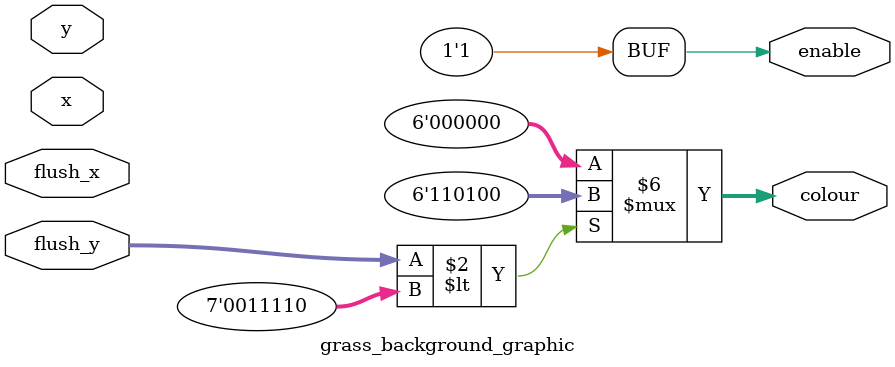
<source format=v>
module grass_background_graphic(x, y, flush_x, flush_y, colour, enable);

	input [6:0] x;
	input [6:0] y;
	input [6:0] flush_x;
	input [6:0] flush_y;
	output reg [5:0] colour;
	output reg enable;
	
	always@(*) begin
		if(flush_y < 7'd30) begin
			colour <= 6'b110100;
			enable <= 1;
		end
		else begin
			colour <= 6'b000000;
			enable <= 1;
		end
	end

endmodule

</source>
